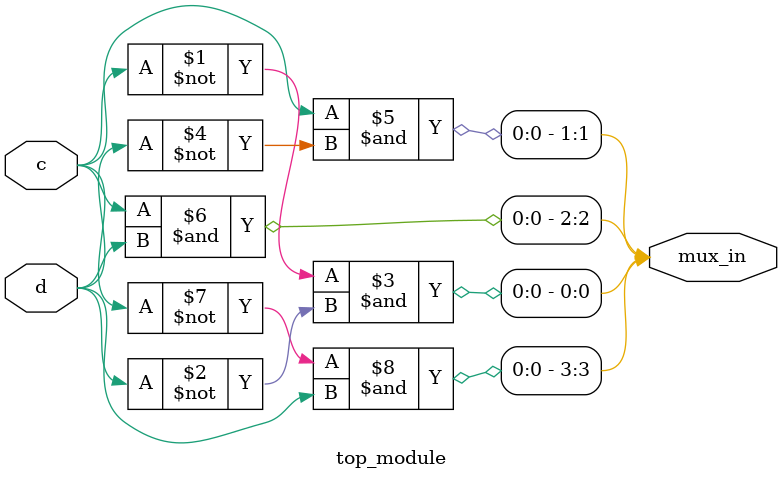
<source format=sv>
module top_module (
    input c,
    input d,
    output [3:0] mux_in
);

    // Implement the Karnaugh map using 2-to-1 multiplexers
    assign mux_in[0] = (~c & ~d);
    assign mux_in[1] = (c & ~d);
    assign mux_in[2] = (c & d);
    assign mux_in[3] = (~c & d);

endmodule

</source>
